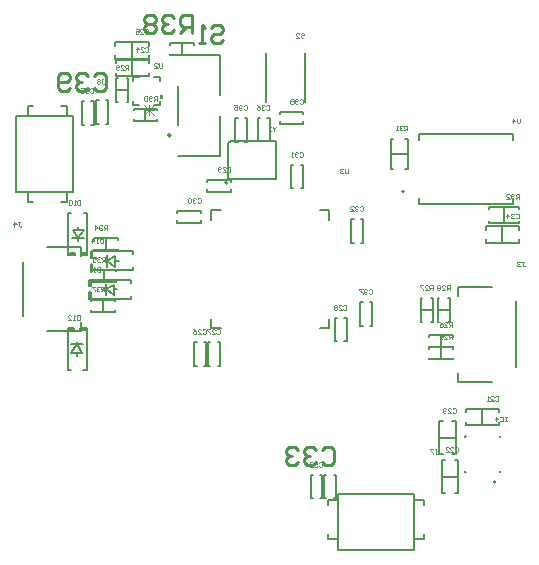
<source format=gbo>
G04*
G04 #@! TF.GenerationSoftware,Altium Limited,Altium Designer,24.10.1 (45)*
G04*
G04 Layer_Color=32896*
%FSLAX25Y25*%
%MOIN*%
G70*
G04*
G04 #@! TF.SameCoordinates,1F7DBCF5-7643-4606-9888-D8ADD4ED05EF*
G04*
G04*
G04 #@! TF.FilePolarity,Positive*
G04*
G01*
G75*
%ADD10C,0.00787*%
%ADD13C,0.00394*%
%ADD14C,0.00600*%
%ADD15C,0.00591*%
%ADD17C,0.00500*%
%ADD18C,0.01000*%
%ADD141C,0.00300*%
G36*
X52550Y155713D02*
Y154213D01*
X53550D01*
Y155713D01*
X52550D01*
D02*
G37*
D10*
X133756Y123423D02*
G03*
X133756Y123423I-394J0D01*
G01*
X164328Y26553D02*
G03*
X164328Y26553I-394J0D01*
G01*
X74864Y126368D02*
G03*
X74864Y126368I-394J0D01*
G01*
X121985Y22723D02*
X129367D01*
X133304D01*
X132320Y3825D02*
X137241D01*
X111650D02*
Y18786D01*
Y3825D02*
X119524D01*
X115587Y22723D02*
X119524D01*
X121985D01*
X119524Y3825D02*
X132320D01*
X137241D02*
Y18786D01*
Y7762D02*
X140391D01*
Y9337D01*
Y18786D02*
Y20754D01*
X138816D02*
X140391D01*
X108501D02*
X110076D01*
X108501Y18786D02*
Y20754D01*
Y7762D02*
Y9337D01*
Y7762D02*
X111650D01*
X110076Y20754D02*
X111650D01*
Y18786D02*
Y20754D01*
Y22723D01*
X115587D01*
X137241Y18786D02*
Y20754D01*
X138816D01*
X137241D02*
Y22723D01*
X133304D02*
X137241D01*
X151691Y59935D02*
Y62935D01*
Y59935D02*
X163191D01*
X171191Y64935D02*
Y86809D01*
X151691Y91683D02*
X163191D01*
X151691Y88683D02*
Y91683D01*
X37581Y100400D02*
X38762D01*
X34038D02*
X34825D01*
X37581Y98431D02*
Y101975D01*
X34825Y100400D02*
X37581Y98431D01*
X34825Y100400D02*
X37581Y101975D01*
X34825Y98431D02*
Y102368D01*
X25000Y110581D02*
Y111762D01*
Y107038D02*
Y107825D01*
X23425Y110581D02*
X26969D01*
X25000Y107825D02*
X26969Y110581D01*
X23425D02*
X25000Y107825D01*
X23031D02*
X26969D01*
X26116Y77062D02*
Y80062D01*
X14616Y77062D02*
X26116D01*
X6616Y81968D02*
Y99873D01*
X14616Y104873D02*
X26116D01*
Y101873D02*
Y104873D01*
X37061Y90800D02*
X38242D01*
X33518D02*
X34305D01*
X37061Y88832D02*
Y92375D01*
X34305Y90800D02*
X37061Y88832D01*
X34305Y90800D02*
X37061Y92375D01*
X34305Y88832D02*
Y92769D01*
X24800Y68538D02*
Y69719D01*
Y72475D02*
Y73262D01*
X22831Y69719D02*
X26375D01*
X22831D02*
X24800Y72475D01*
X26375Y69719D01*
X22831Y72475D02*
X26768D01*
X23416Y123169D02*
Y127106D01*
X21448Y123169D02*
X23416D01*
X21448Y121595D02*
Y123169D01*
X19479D02*
X21448D01*
X23416Y144823D02*
Y148760D01*
X21448D02*
X23416D01*
X19479D02*
X21448D01*
Y150335D01*
X8456Y148760D02*
Y151909D01*
X10031D01*
X19479D02*
X21448D01*
Y150335D02*
Y151909D01*
Y120020D02*
Y121595D01*
X19479Y120020D02*
X21448D01*
X8456D02*
X10031D01*
X8456D02*
Y123169D01*
X4519D02*
X19479D01*
X4519Y128091D02*
Y140886D01*
X23416Y138425D02*
Y140886D01*
Y144823D01*
X4519Y140886D02*
Y148760D01*
X19479D01*
X4519Y123169D02*
Y128091D01*
X23416Y127106D02*
Y131043D01*
Y138425D01*
X76007Y140269D02*
X90968D01*
Y127671D02*
Y140269D01*
X75220Y139482D02*
X76007Y140269D01*
X75220Y127671D02*
Y139482D01*
Y127671D02*
X90968D01*
D13*
X75023Y140663D02*
G03*
X75023Y140663I-197J0D01*
G01*
X144051Y37674D02*
X144575D01*
X144313D01*
Y36362D01*
X144575Y36100D01*
X144838D01*
X145100Y36362D01*
X143526Y37674D02*
X142476D01*
Y37412D01*
X143526Y36362D01*
Y36100D01*
X143300Y90600D02*
Y92174D01*
X142513D01*
X142251Y91912D01*
Y91387D01*
X142513Y91125D01*
X143300D01*
X142775D02*
X142251Y90600D01*
X140676D02*
X141726D01*
X140676Y91650D01*
Y91912D01*
X140939Y92174D01*
X141463D01*
X141726Y91912D01*
X140151Y92174D02*
X139102D01*
Y91912D01*
X140151Y90862D01*
Y90600D01*
X149800Y74300D02*
Y75874D01*
X149013D01*
X148750Y75612D01*
Y75087D01*
X149013Y74825D01*
X149800D01*
X149275D02*
X148750Y74300D01*
X147176D02*
X148226D01*
X147176Y75349D01*
Y75612D01*
X147439Y75874D01*
X147963D01*
X148226Y75612D01*
X145602Y75874D02*
X146651D01*
Y75087D01*
X146127Y75349D01*
X145864D01*
X145602Y75087D01*
Y74562D01*
X145864Y74300D01*
X146389D01*
X146651Y74562D01*
X149800Y78400D02*
Y79974D01*
X149013D01*
X148750Y79712D01*
Y79187D01*
X149013Y78925D01*
X149800D01*
X149275D02*
X148750Y78400D01*
X147176D02*
X148226D01*
X147176Y79449D01*
Y79712D01*
X147439Y79974D01*
X147963D01*
X148226Y79712D01*
X145602Y79974D02*
X146127Y79712D01*
X146651Y79187D01*
Y78662D01*
X146389Y78400D01*
X145864D01*
X145602Y78662D01*
Y78925D01*
X145864Y79187D01*
X146651D01*
X173151Y100074D02*
X173675D01*
X173413D01*
Y98762D01*
X173675Y98500D01*
X173938D01*
X174200Y98762D01*
X172626Y99812D02*
X172363Y100074D01*
X171839D01*
X171576Y99812D01*
Y99550D01*
X171839Y99287D01*
X172101D01*
X171839D01*
X171576Y99025D01*
Y98762D01*
X171839Y98500D01*
X172363D01*
X172626Y98762D01*
X149000Y90600D02*
Y92174D01*
X148213D01*
X147950Y91912D01*
Y91387D01*
X148213Y91125D01*
X149000D01*
X148475D02*
X147950Y90600D01*
X146376D02*
X147426D01*
X146376Y91650D01*
Y91912D01*
X146639Y92174D01*
X147163D01*
X147426Y91912D01*
X145851D02*
X145589Y92174D01*
X145064D01*
X144802Y91912D01*
Y91650D01*
X145064Y91387D01*
X144802Y91125D01*
Y90862D01*
X145064Y90600D01*
X145589D01*
X145851Y90862D01*
Y91125D01*
X145589Y91387D01*
X145851Y91650D01*
Y91912D01*
X145589Y91387D02*
X145064D01*
X172400Y147774D02*
Y146462D01*
X172138Y146200D01*
X171613D01*
X171351Y146462D01*
Y147774D01*
X170039Y146200D02*
Y147774D01*
X170826Y146987D01*
X169776D01*
X34800Y110600D02*
Y112174D01*
X34013D01*
X33751Y111912D01*
Y111387D01*
X34013Y111125D01*
X34800D01*
X34275D02*
X33751Y110600D01*
X33226Y111912D02*
X32963Y112174D01*
X32439D01*
X32176Y111912D01*
Y111650D01*
X32439Y111387D01*
X32701D01*
X32439D01*
X32176Y111125D01*
Y110862D01*
X32439Y110600D01*
X32963D01*
X33226Y110862D01*
X30864Y110600D02*
Y112174D01*
X31651Y111387D01*
X30602D01*
X33400Y107774D02*
Y106200D01*
X32613D01*
X32351Y106462D01*
Y107512D01*
X32613Y107774D01*
X33400D01*
X31826Y106200D02*
X31301D01*
X31563D01*
Y107774D01*
X31826Y107512D01*
X29727Y106200D02*
Y107774D01*
X30514Y106987D01*
X29464D01*
X25900Y120674D02*
Y119100D01*
X25113D01*
X24850Y119362D01*
Y120412D01*
X25113Y120674D01*
X25900D01*
X24326Y119100D02*
X23801D01*
X24063D01*
Y120674D01*
X24326Y120412D01*
X23014D02*
X22751Y120674D01*
X22227D01*
X21964Y120412D01*
Y119362D01*
X22227Y119100D01*
X22751D01*
X23014Y119362D01*
Y120412D01*
X5150Y113274D02*
X5675D01*
X5413D01*
Y111962D01*
X5675Y111700D01*
X5938D01*
X6200Y111962D01*
X3839Y111700D02*
Y113274D01*
X4626Y112487D01*
X3576D01*
X32400Y98174D02*
Y96600D01*
X31613D01*
X31350Y96862D01*
Y97912D01*
X31613Y98174D01*
X32400D01*
X30826Y96600D02*
X30301D01*
X30563D01*
Y98174D01*
X30826Y97912D01*
X29514Y96600D02*
X28989D01*
X29251D01*
Y98174D01*
X29514Y97912D01*
X34200Y100100D02*
Y101674D01*
X33413D01*
X33151Y101412D01*
Y100887D01*
X33413Y100625D01*
X34200D01*
X33675D02*
X33151Y100100D01*
X32626Y101412D02*
X32363Y101674D01*
X31839D01*
X31576Y101412D01*
Y101149D01*
X31839Y100887D01*
X32101D01*
X31839D01*
X31576Y100625D01*
Y100362D01*
X31839Y100100D01*
X32363D01*
X32626Y100362D01*
X30002Y101674D02*
X31051D01*
Y100887D01*
X30527Y101149D01*
X30264D01*
X30002Y100887D01*
Y100362D01*
X30264Y100100D01*
X30789D01*
X31051Y100362D01*
X33900Y90200D02*
Y91774D01*
X33113D01*
X32851Y91512D01*
Y90987D01*
X33113Y90725D01*
X33900D01*
X33375D02*
X32851Y90200D01*
X32326Y91512D02*
X32063Y91774D01*
X31539D01*
X31276Y91512D01*
Y91250D01*
X31539Y90987D01*
X31801D01*
X31539D01*
X31276Y90725D01*
Y90462D01*
X31539Y90200D01*
X32063D01*
X32326Y90462D01*
X30751Y91774D02*
X29702D01*
Y91512D01*
X30751Y90462D01*
Y90200D01*
X25700Y82174D02*
Y80600D01*
X24913D01*
X24651Y80862D01*
Y81912D01*
X24913Y82174D01*
X25700D01*
X24126Y80600D02*
X23601D01*
X23863D01*
Y82174D01*
X24126Y81912D01*
X21764Y80600D02*
X22814D01*
X21764Y81650D01*
Y81912D01*
X22027Y82174D01*
X22551D01*
X22814Y81912D01*
X91100Y145074D02*
Y144812D01*
X90575Y144287D01*
X90051Y144812D01*
Y145074D01*
X90575Y144287D02*
Y143500D01*
X89526D02*
X89001D01*
X89263D01*
Y145074D01*
X89526Y144812D01*
X115100Y131074D02*
Y129762D01*
X114838Y129500D01*
X114313D01*
X114050Y129762D01*
Y131074D01*
X113526Y130812D02*
X113263Y131074D01*
X112739D01*
X112476Y130812D01*
Y130550D01*
X112739Y130287D01*
X113001D01*
X112739D01*
X112476Y130025D01*
Y129762D01*
X112739Y129500D01*
X113263D01*
X113526Y129762D01*
X53200Y166274D02*
Y164962D01*
X52938Y164700D01*
X52413D01*
X52150Y164962D01*
Y166274D01*
X50576Y164700D02*
X51626D01*
X50576Y165750D01*
Y166012D01*
X50839Y166274D01*
X51363D01*
X51626Y166012D01*
X99450Y176012D02*
X99713Y176274D01*
X100238D01*
X100500Y176012D01*
Y175750D01*
X100238Y175487D01*
X99713D01*
X99450Y175225D01*
Y174962D01*
X99713Y174700D01*
X100238D01*
X100500Y174962D01*
X97876Y174700D02*
X98926D01*
X97876Y175750D01*
Y176012D01*
X98139Y176274D01*
X98663D01*
X98926Y176012D01*
X172100Y121000D02*
Y122574D01*
X171313D01*
X171051Y122312D01*
Y121787D01*
X171313Y121525D01*
X172100D01*
X171575D02*
X171051Y121000D01*
X170526Y122312D02*
X170263Y122574D01*
X169739D01*
X169476Y122312D01*
Y122049D01*
X169739Y121787D01*
X170001D01*
X169739D01*
X169476Y121525D01*
Y121262D01*
X169739Y121000D01*
X170263D01*
X170526Y121262D01*
X167902Y121000D02*
X168951D01*
X167902Y122049D01*
Y122312D01*
X168164Y122574D01*
X168689D01*
X168951Y122312D01*
X134900Y143800D02*
Y145374D01*
X134113D01*
X133851Y145112D01*
Y144587D01*
X134113Y144325D01*
X134900D01*
X134375D02*
X133851Y143800D01*
X133326Y145112D02*
X133063Y145374D01*
X132539D01*
X132276Y145112D01*
Y144850D01*
X132539Y144587D01*
X132801D01*
X132539D01*
X132276Y144325D01*
Y144062D01*
X132539Y143800D01*
X133063D01*
X133326Y144062D01*
X131751Y143800D02*
X131227D01*
X131489D01*
Y145374D01*
X131751Y145112D01*
X51400Y153700D02*
Y155274D01*
X50613D01*
X50350Y155012D01*
Y154487D01*
X50613Y154225D01*
X51400D01*
X50875D02*
X50350Y153700D01*
X49826Y155012D02*
X49563Y155274D01*
X49039D01*
X48776Y155012D01*
Y154750D01*
X49039Y154487D01*
X49301D01*
X49039D01*
X48776Y154225D01*
Y153962D01*
X49039Y153700D01*
X49563D01*
X49826Y153962D01*
X48251Y155012D02*
X47989Y155274D01*
X47464D01*
X47202Y155012D01*
Y153962D01*
X47464Y153700D01*
X47989D01*
X48251Y153962D01*
Y155012D01*
X41900Y164000D02*
Y165574D01*
X41113D01*
X40850Y165312D01*
Y164787D01*
X41113Y164525D01*
X41900D01*
X41375D02*
X40850Y164000D01*
X39276D02*
X40326D01*
X39276Y165050D01*
Y165312D01*
X39539Y165574D01*
X40063D01*
X40326Y165312D01*
X38751Y164262D02*
X38489Y164000D01*
X37964D01*
X37702Y164262D01*
Y165312D01*
X37964Y165574D01*
X38489D01*
X38751Y165312D01*
Y165050D01*
X38489Y164787D01*
X37702D01*
X32950Y160974D02*
X33475D01*
X33213D01*
Y159662D01*
X33475Y159400D01*
X33738D01*
X34000Y159662D01*
X32426Y160712D02*
X32163Y160974D01*
X31639D01*
X31376Y160712D01*
Y160450D01*
X31639Y160187D01*
X31376Y159925D01*
Y159662D01*
X31639Y159400D01*
X32163D01*
X32426Y159662D01*
Y159925D01*
X32163Y160187D01*
X32426Y160450D01*
Y160712D01*
X32163Y160187D02*
X31639D01*
X168000Y48374D02*
X167475D01*
X167738D01*
Y46800D01*
X168000D01*
X167475D01*
X165639Y48112D02*
X165901Y48374D01*
X166426D01*
X166688Y48112D01*
Y47062D01*
X166426Y46800D01*
X165901D01*
X165639Y47062D01*
X164327Y46800D02*
Y48374D01*
X165114Y47587D01*
X164064D01*
X29151Y157612D02*
X29413Y157874D01*
X29938D01*
X30200Y157612D01*
Y156562D01*
X29938Y156300D01*
X29413D01*
X29151Y156562D01*
X27576Y157874D02*
X28626D01*
Y157087D01*
X28101Y157350D01*
X27839D01*
X27576Y157087D01*
Y156562D01*
X27839Y156300D01*
X28363D01*
X28626Y156562D01*
X26002Y157874D02*
X27051D01*
Y157087D01*
X26527Y157350D01*
X26264D01*
X26002Y157087D01*
Y156562D01*
X26264Y156300D01*
X26789D01*
X27051Y156562D01*
X105450Y33012D02*
X105713Y33274D01*
X106238D01*
X106500Y33012D01*
Y31962D01*
X106238Y31700D01*
X105713D01*
X105450Y31962D01*
X103876Y33274D02*
X104926D01*
Y32487D01*
X104401Y32750D01*
X104139D01*
X103876Y32487D01*
Y31962D01*
X104139Y31700D01*
X104663D01*
X104926Y31962D01*
X102302Y31700D02*
X103351D01*
X102302Y32750D01*
Y33012D01*
X102564Y33274D01*
X103089D01*
X103351Y33012D01*
X99050Y154012D02*
X99313Y154274D01*
X99838D01*
X100100Y154012D01*
Y152962D01*
X99838Y152700D01*
X99313D01*
X99050Y152962D01*
X98526Y154012D02*
X98263Y154274D01*
X97739D01*
X97476Y154012D01*
Y153750D01*
X97739Y153487D01*
X98001D01*
X97739D01*
X97476Y153225D01*
Y152962D01*
X97739Y152700D01*
X98263D01*
X98526Y152962D01*
X96951Y154012D02*
X96689Y154274D01*
X96164D01*
X95902Y154012D01*
Y153750D01*
X96164Y153487D01*
X95902Y153225D01*
Y152962D01*
X96164Y152700D01*
X96689D01*
X96951Y152962D01*
Y153225D01*
X96689Y153487D01*
X96951Y153750D01*
Y154012D01*
X96689Y153487D02*
X96164D01*
X122050Y90612D02*
X122313Y90874D01*
X122838D01*
X123100Y90612D01*
Y89562D01*
X122838Y89300D01*
X122313D01*
X122050Y89562D01*
X121526Y90612D02*
X121263Y90874D01*
X120739D01*
X120476Y90612D01*
Y90350D01*
X120739Y90087D01*
X121001D01*
X120739D01*
X120476Y89825D01*
Y89562D01*
X120739Y89300D01*
X121263D01*
X121526Y89562D01*
X119951Y90874D02*
X118902D01*
Y90612D01*
X119951Y89562D01*
Y89300D01*
X87850Y152012D02*
X88113Y152274D01*
X88638D01*
X88900Y152012D01*
Y150962D01*
X88638Y150700D01*
X88113D01*
X87850Y150962D01*
X87326Y152012D02*
X87063Y152274D01*
X86539D01*
X86276Y152012D01*
Y151750D01*
X86539Y151487D01*
X86801D01*
X86539D01*
X86276Y151225D01*
Y150962D01*
X86539Y150700D01*
X87063D01*
X87326Y150962D01*
X84702Y152274D02*
X85227Y152012D01*
X85751Y151487D01*
Y150962D01*
X85489Y150700D01*
X84964D01*
X84702Y150962D01*
Y151225D01*
X84964Y151487D01*
X85751D01*
X80351Y151912D02*
X80613Y152174D01*
X81138D01*
X81400Y151912D01*
Y150862D01*
X81138Y150600D01*
X80613D01*
X80351Y150862D01*
X79826Y151912D02*
X79563Y152174D01*
X79039D01*
X78776Y151912D01*
Y151649D01*
X79039Y151387D01*
X79301D01*
X79039D01*
X78776Y151125D01*
Y150862D01*
X79039Y150600D01*
X79563D01*
X79826Y150862D01*
X77202Y152174D02*
X78251D01*
Y151387D01*
X77727Y151649D01*
X77464D01*
X77202Y151387D01*
Y150862D01*
X77464Y150600D01*
X77989D01*
X78251Y150862D01*
X170950Y115812D02*
X171213Y116074D01*
X171738D01*
X172000Y115812D01*
Y114762D01*
X171738Y114500D01*
X171213D01*
X170950Y114762D01*
X170426Y115812D02*
X170163Y116074D01*
X169639D01*
X169376Y115812D01*
Y115550D01*
X169639Y115287D01*
X169901D01*
X169639D01*
X169376Y115025D01*
Y114762D01*
X169639Y114500D01*
X170163D01*
X170426Y114762D01*
X168064Y114500D02*
Y116074D01*
X168851Y115287D01*
X167802D01*
X119051Y118212D02*
X119313Y118474D01*
X119838D01*
X120100Y118212D01*
Y117162D01*
X119838Y116900D01*
X119313D01*
X119051Y117162D01*
X118526Y118212D02*
X118263Y118474D01*
X117739D01*
X117476Y118212D01*
Y117949D01*
X117739Y117687D01*
X118001D01*
X117739D01*
X117476Y117425D01*
Y117162D01*
X117739Y116900D01*
X118263D01*
X118526Y117162D01*
X115902Y116900D02*
X116951D01*
X115902Y117949D01*
Y118212D01*
X116164Y118474D01*
X116689D01*
X116951Y118212D01*
X98950Y136312D02*
X99213Y136574D01*
X99738D01*
X100000Y136312D01*
Y135262D01*
X99738Y135000D01*
X99213D01*
X98950Y135262D01*
X98426Y136312D02*
X98163Y136574D01*
X97639D01*
X97376Y136312D01*
Y136049D01*
X97639Y135787D01*
X97901D01*
X97639D01*
X97376Y135525D01*
Y135262D01*
X97639Y135000D01*
X98163D01*
X98426Y135262D01*
X96851Y135000D02*
X96327D01*
X96589D01*
Y136574D01*
X96851Y136312D01*
X64951Y121012D02*
X65213Y121274D01*
X65738D01*
X66000Y121012D01*
Y119962D01*
X65738Y119700D01*
X65213D01*
X64951Y119962D01*
X64426Y121012D02*
X64163Y121274D01*
X63639D01*
X63376Y121012D01*
Y120749D01*
X63639Y120487D01*
X63901D01*
X63639D01*
X63376Y120225D01*
Y119962D01*
X63639Y119700D01*
X64163D01*
X64426Y119962D01*
X62851Y121012D02*
X62589Y121274D01*
X62064D01*
X61802Y121012D01*
Y119962D01*
X62064Y119700D01*
X62589D01*
X62851Y119962D01*
Y121012D01*
X74850Y131412D02*
X75113Y131674D01*
X75638D01*
X75900Y131412D01*
Y130362D01*
X75638Y130100D01*
X75113D01*
X74850Y130362D01*
X73276Y130100D02*
X74326D01*
X73276Y131149D01*
Y131412D01*
X73539Y131674D01*
X74063D01*
X74326Y131412D01*
X72751Y130362D02*
X72489Y130100D01*
X71964D01*
X71702Y130362D01*
Y131412D01*
X71964Y131674D01*
X72489D01*
X72751Y131412D01*
Y131149D01*
X72489Y130887D01*
X71702D01*
X113550Y85312D02*
X113813Y85574D01*
X114338D01*
X114600Y85312D01*
Y84262D01*
X114338Y84000D01*
X113813D01*
X113550Y84262D01*
X111976Y84000D02*
X113026D01*
X111976Y85049D01*
Y85312D01*
X112239Y85574D01*
X112763D01*
X113026Y85312D01*
X111451D02*
X111189Y85574D01*
X110664D01*
X110402Y85312D01*
Y85049D01*
X110664Y84787D01*
X110402Y84525D01*
Y84262D01*
X110664Y84000D01*
X111189D01*
X111451Y84262D01*
Y84525D01*
X111189Y84787D01*
X111451Y85049D01*
Y85312D01*
X111189Y84787D02*
X110664D01*
X71250Y77312D02*
X71513Y77574D01*
X72038D01*
X72300Y77312D01*
Y76262D01*
X72038Y76000D01*
X71513D01*
X71250Y76262D01*
X69676Y76000D02*
X70726D01*
X69676Y77049D01*
Y77312D01*
X69939Y77574D01*
X70463D01*
X70726Y77312D01*
X69151Y77574D02*
X68102D01*
Y77312D01*
X69151Y76262D01*
Y76000D01*
X66650Y77312D02*
X66913Y77574D01*
X67438D01*
X67700Y77312D01*
Y76262D01*
X67438Y76000D01*
X66913D01*
X66650Y76262D01*
X65076Y76000D02*
X66126D01*
X65076Y77049D01*
Y77312D01*
X65339Y77574D01*
X65863D01*
X66126Y77312D01*
X63502Y77574D02*
X64027Y77312D01*
X64551Y76787D01*
Y76262D01*
X64289Y76000D01*
X63764D01*
X63502Y76262D01*
Y76525D01*
X63764Y76787D01*
X64551D01*
X47451Y177212D02*
X47713Y177474D01*
X48238D01*
X48500Y177212D01*
Y176162D01*
X48238Y175900D01*
X47713D01*
X47451Y176162D01*
X45876Y175900D02*
X46926D01*
X45876Y176950D01*
Y177212D01*
X46139Y177474D01*
X46663D01*
X46926Y177212D01*
X44302Y177474D02*
X45351D01*
Y176687D01*
X44827Y176950D01*
X44564D01*
X44302Y176687D01*
Y176162D01*
X44564Y175900D01*
X45089D01*
X45351Y176162D01*
X47550Y171312D02*
X47813Y171574D01*
X48338D01*
X48600Y171312D01*
Y170262D01*
X48338Y170000D01*
X47813D01*
X47550Y170262D01*
X45976Y170000D02*
X47026D01*
X45976Y171049D01*
Y171312D01*
X46239Y171574D01*
X46763D01*
X47026Y171312D01*
X44664Y170000D02*
Y171574D01*
X45451Y170787D01*
X44402D01*
X149951Y50912D02*
X150213Y51174D01*
X150738D01*
X151000Y50912D01*
Y49862D01*
X150738Y49600D01*
X150213D01*
X149951Y49862D01*
X148376Y49600D02*
X149426D01*
X148376Y50649D01*
Y50912D01*
X148639Y51174D01*
X149163D01*
X149426Y50912D01*
X147851D02*
X147589Y51174D01*
X147064D01*
X146802Y50912D01*
Y50649D01*
X147064Y50387D01*
X147327D01*
X147064D01*
X146802Y50125D01*
Y49862D01*
X147064Y49600D01*
X147589D01*
X147851Y49862D01*
X150751Y37912D02*
X151013Y38174D01*
X151538D01*
X151800Y37912D01*
Y36862D01*
X151538Y36600D01*
X151013D01*
X150751Y36862D01*
X149176Y36600D02*
X150226D01*
X149176Y37650D01*
Y37912D01*
X149439Y38174D01*
X149963D01*
X150226Y37912D01*
X147602Y36600D02*
X148651D01*
X147602Y37650D01*
Y37912D01*
X147864Y38174D01*
X148389D01*
X148651Y37912D01*
X164151Y55012D02*
X164413Y55274D01*
X164938D01*
X165200Y55012D01*
Y53962D01*
X164938Y53700D01*
X164413D01*
X164151Y53962D01*
X162576Y53700D02*
X163626D01*
X162576Y54750D01*
Y55012D01*
X162839Y55274D01*
X163363D01*
X163626Y55012D01*
X162051Y53700D02*
X161527D01*
X161789D01*
Y55274D01*
X162051Y55012D01*
D14*
X56139Y142215D02*
G03*
X56139Y142215I-557J0D01*
G01*
X52450Y152382D02*
Y153511D01*
X43350Y152382D02*
Y153511D01*
Y161481D02*
X45464D01*
X52450Y160352D02*
Y161481D01*
X50336Y152382D02*
X52450D01*
X43350D02*
X45464D01*
X43350Y160352D02*
Y161481D01*
X50336D02*
X52450D01*
D15*
X142800Y87937D02*
X143300D01*
Y80063D02*
Y87937D01*
X142800Y80063D02*
X143300D01*
X139300D02*
X139800D01*
X139300D02*
Y87937D01*
X139800D01*
X139300Y84000D02*
X143300D01*
X142063Y71000D02*
Y71500D01*
X149937D01*
Y71000D02*
Y71500D01*
Y67500D02*
Y68000D01*
X142063Y67500D02*
X149937D01*
X142063D02*
Y68000D01*
X146000Y67500D02*
Y71500D01*
X142063Y75100D02*
Y75600D01*
X149937D01*
Y75100D02*
Y75600D01*
Y71600D02*
Y72100D01*
X142063Y71600D02*
X149937D01*
X142063D02*
Y72100D01*
X146000Y71600D02*
Y75600D01*
X148500Y87937D02*
X149000D01*
Y80063D02*
Y87937D01*
X148500Y80063D02*
X149000D01*
X145000D02*
X145500D01*
X145000D02*
Y87937D01*
X145500D01*
X145000Y84000D02*
X149000D01*
X30463Y107300D02*
Y107800D01*
X38337D01*
Y107300D02*
Y107800D01*
Y103800D02*
Y104300D01*
X30463Y103800D02*
X38337D01*
X30463D02*
Y104300D01*
X34400Y103800D02*
Y107800D01*
X29400Y101400D02*
Y103550D01*
Y101400D02*
X29900D01*
Y103050D01*
X43400Y102467D02*
Y103550D01*
X29400D02*
X43400D01*
X29400D02*
X29900Y103050D01*
X29400Y97250D02*
Y99400D01*
X29900D01*
Y97750D02*
Y99400D01*
X43400Y97250D02*
Y98333D01*
X29400Y97250D02*
X43400D01*
X29400D02*
X29900Y97750D01*
X21850Y102400D02*
X24000D01*
Y102900D01*
X22350D02*
X24000D01*
X21850Y116400D02*
X22933D01*
X21850Y102400D02*
Y116400D01*
Y102400D02*
X22350Y102900D01*
X26000Y102400D02*
X28150D01*
X26000D02*
Y102900D01*
X27650D01*
X27067Y116400D02*
X28150D01*
Y102400D02*
Y116400D01*
X27650Y102900D02*
X28150Y102400D01*
X28880Y91800D02*
Y93950D01*
Y91800D02*
X29380D01*
Y93450D01*
X42880Y92867D02*
Y93950D01*
X28880D02*
X42880D01*
X28880D02*
X29380Y93450D01*
X28880Y87650D02*
Y89800D01*
X29380D01*
Y88150D02*
Y89800D01*
X42880Y87650D02*
Y88733D01*
X28880Y87650D02*
X42880D01*
X28880D02*
X29380Y88150D01*
X29932Y96800D02*
Y97300D01*
X37806D01*
Y96800D02*
Y97300D01*
Y93300D02*
Y93800D01*
X29932Y93300D02*
X37806D01*
X29932D02*
Y93800D01*
X33869Y93300D02*
Y97300D01*
X29563Y86900D02*
Y87400D01*
X37437D01*
Y86900D02*
Y87400D01*
Y83400D02*
Y83900D01*
X29563Y83400D02*
X37437D01*
X29563D02*
Y83900D01*
X33500Y83400D02*
Y87400D01*
X25800Y77900D02*
X27950D01*
X25800Y77400D02*
Y77900D01*
Y77400D02*
X27450D01*
X26867Y63900D02*
X27950D01*
Y77900D01*
X27450Y77400D02*
X27950Y77900D01*
X21650D02*
X23800D01*
Y77400D02*
Y77900D01*
X22150Y77400D02*
X23800D01*
X21650Y63900D02*
X22733D01*
X21650D02*
Y77900D01*
X22150Y77400D01*
X107132Y21163D02*
X107919D01*
X107132D02*
Y29037D01*
X107919D01*
X110281D02*
X111068D01*
Y21163D02*
Y29037D01*
X110281Y21163D02*
X111068D01*
X146344Y28400D02*
X151856D01*
X150675Y22888D02*
X151856D01*
Y33912D01*
X150675D02*
X151856D01*
X146344D02*
X147525D01*
X146344Y22888D02*
Y33912D01*
Y22888D02*
X147525D01*
X159820Y45450D02*
Y50962D01*
X165331Y49781D02*
Y50962D01*
X154308D02*
X165331D01*
X154308Y49781D02*
Y50962D01*
Y45450D02*
Y46632D01*
Y45450D02*
X165331D01*
Y46632D01*
X145544Y41400D02*
X151056D01*
X145544Y46912D02*
X146725D01*
X145544Y35888D02*
Y46912D01*
Y35888D02*
X146725D01*
X149875D02*
X151056D01*
Y46912D01*
X149875D02*
X151056D01*
X34381Y153837D02*
X35168D01*
Y145963D02*
Y153837D01*
X34381Y145963D02*
X35168D01*
X31231D02*
X32019D01*
X31231D02*
Y153837D01*
X32019D01*
X105781Y21163D02*
X106569D01*
Y29037D01*
X105781D02*
X106569D01*
X102631D02*
X103419D01*
X102631Y21163D02*
Y29037D01*
Y21163D02*
X103419D01*
X55863Y172400D02*
Y172900D01*
X63737D01*
Y172400D02*
Y172900D01*
Y168900D02*
Y169400D01*
X55863Y168900D02*
X63737D01*
X55863D02*
Y169400D01*
X59800Y168900D02*
Y172900D01*
X88215Y148007D02*
X89002D01*
Y140133D02*
Y148007D01*
X88215Y140133D02*
X89002D01*
X85065D02*
X85853D01*
X85065D02*
Y148007D01*
X85853D01*
X80715Y147939D02*
X81502D01*
Y140065D02*
Y147939D01*
X80715Y140065D02*
X81502D01*
X77565D02*
X78353D01*
X77565D02*
Y147939D01*
X78353D01*
X166600Y106344D02*
Y111856D01*
X161088Y106344D02*
Y107525D01*
Y106344D02*
X172112D01*
Y107525D01*
Y110675D02*
Y111856D01*
X161088D02*
X172112D01*
X161088Y110675D02*
Y111856D01*
X129444Y131000D02*
X130200D01*
X129444D02*
Y141000D01*
X130200D01*
X134200D02*
X134956D01*
Y131000D02*
Y141000D01*
X134200Y131000D02*
X134956D01*
X129444Y136000D02*
X134956D01*
X162100Y117600D02*
Y118356D01*
X172100D01*
Y117600D02*
Y118356D01*
Y112844D02*
Y113600D01*
X162100Y112844D02*
X172100D01*
X162100D02*
Y113600D01*
X167100Y112844D02*
Y118356D01*
X116265Y114207D02*
X117053D01*
X116265Y106333D02*
Y114207D01*
Y106333D02*
X117053D01*
X119415D02*
X120202D01*
Y114207D01*
X119415D02*
X120202D01*
X96131Y132337D02*
X96919D01*
X96131Y124463D02*
Y132337D01*
Y124463D02*
X96919D01*
X99281D02*
X100068D01*
Y132337D01*
X99281D02*
X100068D01*
X58263Y113031D02*
Y113819D01*
Y113031D02*
X66137D01*
Y113819D01*
Y116181D02*
Y116969D01*
X58263D02*
X66137D01*
X58263Y116181D02*
Y116969D01*
X68163Y123432D02*
Y124219D01*
Y123432D02*
X76037D01*
Y124219D01*
Y126581D02*
Y127368D01*
X68163D02*
X76037D01*
X68163Y126581D02*
Y127368D01*
X113881Y73463D02*
X114669D01*
Y81337D01*
X113881D02*
X114669D01*
X110731D02*
X111519D01*
X110731Y73463D02*
Y81337D01*
Y73463D02*
X111519D01*
X71615Y65401D02*
X72402D01*
Y73275D01*
X71615D02*
X72402D01*
X68465D02*
X69253D01*
X68465Y65401D02*
Y73275D01*
Y65401D02*
X69253D01*
X67015Y65433D02*
X67802D01*
Y73307D01*
X67015D02*
X67802D01*
X63865D02*
X64653D01*
X63865Y65433D02*
Y73307D01*
Y65433D02*
X64653D01*
X43200Y161844D02*
Y167356D01*
X37688Y161844D02*
Y163025D01*
Y161844D02*
X48712D01*
Y163025D01*
Y166175D02*
Y167356D01*
X37688D02*
X48712D01*
X37688Y166175D02*
Y167356D01*
X37924Y157341D02*
X41924D01*
X41424Y153404D02*
X41924D01*
Y161278D01*
X41424D02*
X41924D01*
X37924D02*
X38424D01*
X37924Y153404D02*
Y161278D01*
Y153404D02*
X38424D01*
X92301Y146057D02*
Y146844D01*
Y146057D02*
X100175D01*
Y146844D01*
Y149206D02*
Y149994D01*
X92301D02*
X100175D01*
X92301Y149206D02*
Y149994D01*
X119231Y86637D02*
X120019D01*
X119231Y78763D02*
Y86637D01*
Y78763D02*
X120019D01*
X122381D02*
X123169D01*
Y86637D01*
X122381D02*
X123169D01*
X47556Y146972D02*
Y150972D01*
X43619Y146972D02*
Y147472D01*
Y146972D02*
X51493D01*
Y147472D01*
Y150472D02*
Y150972D01*
X43619D02*
X51493D01*
X43619Y150472D02*
Y150972D01*
X43100Y167744D02*
Y173256D01*
X37588Y167744D02*
Y168925D01*
Y167744D02*
X48612D01*
Y168925D01*
Y172075D02*
Y173256D01*
X37588D02*
X48612D01*
X37588Y172075D02*
Y173256D01*
X26393Y153602D02*
X27180D01*
X26393Y145728D02*
Y153602D01*
Y145728D02*
X27180D01*
X29542D02*
X30330D01*
Y153602D01*
X29542D02*
X30330D01*
D17*
X138736Y142734D02*
X170232D01*
X138736Y119112D02*
X170232D01*
X138736Y140549D02*
Y142734D01*
Y119112D02*
Y121297D01*
X170232Y140549D02*
Y142734D01*
Y119112D02*
Y121297D01*
X165902Y41631D02*
Y41907D01*
X165627D02*
X165902D01*
X154091D02*
X154367D01*
X154091Y41631D02*
Y41907D01*
Y30096D02*
Y30372D01*
Y30096D02*
X154367D01*
X165627D02*
X165902D01*
Y30372D01*
X87891Y153143D02*
Y169679D01*
X100647Y153143D02*
Y169679D01*
X72511Y135325D02*
Y148593D01*
Y155522D02*
Y168790D01*
X58338Y135325D02*
X72511D01*
X58338Y168790D02*
X72511D01*
X58338Y145522D02*
Y158593D01*
X108919Y77785D02*
Y80895D01*
X69549Y77785D02*
Y80895D01*
X108919Y114045D02*
Y117155D01*
X69549Y114045D02*
Y117155D01*
X105809Y77785D02*
X108919D01*
X69549D02*
X72659D01*
X105809Y117155D02*
X108919D01*
X69549D02*
X72659D01*
D18*
X30501Y162098D02*
X31501Y163098D01*
X33500D01*
X34500Y162098D01*
Y158100D01*
X33500Y157100D01*
X31501D01*
X30501Y158100D01*
X28502Y162098D02*
X27502Y163098D01*
X25503D01*
X24503Y162098D01*
Y161099D01*
X25503Y160099D01*
X26503D01*
X25503D01*
X24503Y159099D01*
Y158100D01*
X25503Y157100D01*
X27502D01*
X28502Y158100D01*
X22504D02*
X21504Y157100D01*
X19505D01*
X18505Y158100D01*
Y162098D01*
X19505Y163098D01*
X21504D01*
X22504Y162098D01*
Y161099D01*
X21504Y160099D01*
X18505D01*
X106401Y37298D02*
X107401Y38298D01*
X109400D01*
X110400Y37298D01*
Y33300D01*
X109400Y32300D01*
X107401D01*
X106401Y33300D01*
X104402Y37298D02*
X103402Y38298D01*
X101403D01*
X100403Y37298D01*
Y36299D01*
X101403Y35299D01*
X102403D01*
X101403D01*
X100403Y34299D01*
Y33300D01*
X101403Y32300D01*
X103402D01*
X104402Y33300D01*
X98404Y37298D02*
X97404Y38298D01*
X95405D01*
X94405Y37298D01*
Y36299D01*
X95405Y35299D01*
X96404D01*
X95405D01*
X94405Y34299D01*
Y33300D01*
X95405Y32300D01*
X97404D01*
X98404Y33300D01*
X63000Y176300D02*
Y182298D01*
X60001D01*
X59001Y181298D01*
Y179299D01*
X60001Y178299D01*
X63000D01*
X61001D02*
X59001Y176300D01*
X57002Y181298D02*
X56002Y182298D01*
X54003D01*
X53003Y181298D01*
Y180299D01*
X54003Y179299D01*
X55003D01*
X54003D01*
X53003Y178299D01*
Y177300D01*
X54003Y176300D01*
X56002D01*
X57002Y177300D01*
X51004Y181298D02*
X50004Y182298D01*
X48005D01*
X47005Y181298D01*
Y180299D01*
X48005Y179299D01*
X47005Y178299D01*
Y177300D01*
X48005Y176300D01*
X50004D01*
X51004Y177300D01*
Y178299D01*
X50004Y179299D01*
X51004Y180299D01*
Y181298D01*
X50004Y179299D02*
X48005D01*
X69401Y177898D02*
X70401Y178898D01*
X72400D01*
X73400Y177898D01*
Y176899D01*
X72400Y175899D01*
X70401D01*
X69401Y174899D01*
Y173900D01*
X70401Y172900D01*
X72400D01*
X73400Y173900D01*
X67402Y172900D02*
X65403D01*
X66402D01*
Y178898D01*
X67402Y177898D01*
D141*
X50550Y148932D02*
X47217Y152264D01*
Y148932D02*
X50550Y152264D01*
X48883Y148932D02*
Y152264D01*
X47217Y150598D02*
X50550D01*
M02*

</source>
